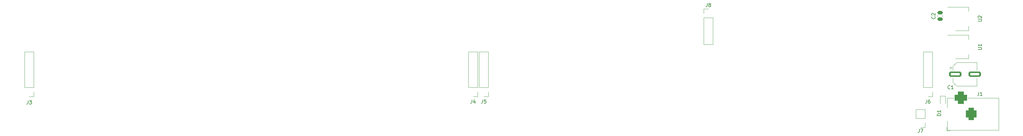
<source format=gbr>
%TF.GenerationSoftware,KiCad,Pcbnew,(6.0.8)*%
%TF.CreationDate,2022-12-26T14:05:03+00:00*%
%TF.ProjectId,Display_LED,44697370-6c61-4795-9f4c-45442e6b6963,1*%
%TF.SameCoordinates,Original*%
%TF.FileFunction,Legend,Top*%
%TF.FilePolarity,Positive*%
%FSLAX46Y46*%
G04 Gerber Fmt 4.6, Leading zero omitted, Abs format (unit mm)*
G04 Created by KiCad (PCBNEW (6.0.8)) date 2022-12-26 14:05:03*
%MOMM*%
%LPD*%
G01*
G04 APERTURE LIST*
G04 Aperture macros list*
%AMRoundRect*
0 Rectangle with rounded corners*
0 $1 Rounding radius*
0 $2 $3 $4 $5 $6 $7 $8 $9 X,Y pos of 4 corners*
0 Add a 4 corners polygon primitive as box body*
4,1,4,$2,$3,$4,$5,$6,$7,$8,$9,$2,$3,0*
0 Add four circle primitives for the rounded corners*
1,1,$1+$1,$2,$3*
1,1,$1+$1,$4,$5*
1,1,$1+$1,$6,$7*
1,1,$1+$1,$8,$9*
0 Add four rect primitives between the rounded corners*
20,1,$1+$1,$2,$3,$4,$5,0*
20,1,$1+$1,$4,$5,$6,$7,0*
20,1,$1+$1,$6,$7,$8,$9,0*
20,1,$1+$1,$8,$9,$2,$3,0*%
G04 Aperture macros list end*
%ADD10C,0.150000*%
%ADD11C,0.120000*%
%ADD12R,1.700000X1.700000*%
%ADD13O,1.700000X1.700000*%
%ADD14R,2.000000X1.500000*%
%ADD15R,2.000000X3.800000*%
%ADD16RoundRect,0.250000X0.475000X-0.250000X0.475000X0.250000X-0.475000X0.250000X-0.475000X-0.250000X0*%
%ADD17RoundRect,0.250000X-1.500000X-0.550000X1.500000X-0.550000X1.500000X0.550000X-1.500000X0.550000X0*%
%ADD18R,3.500000X3.500000*%
%ADD19RoundRect,0.750000X0.750000X1.000000X-0.750000X1.000000X-0.750000X-1.000000X0.750000X-1.000000X0*%
%ADD20RoundRect,0.875000X0.875000X0.875000X-0.875000X0.875000X-0.875000X-0.875000X0.875000X-0.875000X0*%
%ADD21R,1.200000X0.800000*%
%ADD22C,1.500000*%
%ADD23C,0.800000*%
G04 APERTURE END LIST*
D10*
%TO.C,J8*%
X273224666Y-115750380D02*
X273224666Y-116464666D01*
X273177047Y-116607523D01*
X273081809Y-116702761D01*
X272938952Y-116750380D01*
X272843714Y-116750380D01*
X273843714Y-116178952D02*
X273748476Y-116131333D01*
X273700857Y-116083714D01*
X273653238Y-115988476D01*
X273653238Y-115940857D01*
X273700857Y-115845619D01*
X273748476Y-115798000D01*
X273843714Y-115750380D01*
X274034190Y-115750380D01*
X274129428Y-115798000D01*
X274177047Y-115845619D01*
X274224666Y-115940857D01*
X274224666Y-115988476D01*
X274177047Y-116083714D01*
X274129428Y-116131333D01*
X274034190Y-116178952D01*
X273843714Y-116178952D01*
X273748476Y-116226571D01*
X273700857Y-116274190D01*
X273653238Y-116369428D01*
X273653238Y-116559904D01*
X273700857Y-116655142D01*
X273748476Y-116702761D01*
X273843714Y-116750380D01*
X274034190Y-116750380D01*
X274129428Y-116702761D01*
X274177047Y-116655142D01*
X274224666Y-116559904D01*
X274224666Y-116369428D01*
X274177047Y-116274190D01*
X274129428Y-116226571D01*
X274034190Y-116178952D01*
%TO.C,U1*%
X350734380Y-129031904D02*
X351543904Y-129031904D01*
X351639142Y-128984285D01*
X351686761Y-128936666D01*
X351734380Y-128841428D01*
X351734380Y-128650952D01*
X351686761Y-128555714D01*
X351639142Y-128508095D01*
X351543904Y-128460476D01*
X350734380Y-128460476D01*
X351734380Y-127460476D02*
X351734380Y-128031904D01*
X351734380Y-127746190D02*
X350734380Y-127746190D01*
X350877238Y-127841428D01*
X350972476Y-127936666D01*
X351020095Y-128031904D01*
%TO.C,C2*%
X338359142Y-119566666D02*
X338406761Y-119614285D01*
X338454380Y-119757142D01*
X338454380Y-119852380D01*
X338406761Y-119995238D01*
X338311523Y-120090476D01*
X338216285Y-120138095D01*
X338025809Y-120185714D01*
X337882952Y-120185714D01*
X337692476Y-120138095D01*
X337597238Y-120090476D01*
X337502000Y-119995238D01*
X337454380Y-119852380D01*
X337454380Y-119757142D01*
X337502000Y-119614285D01*
X337549619Y-119566666D01*
X337549619Y-119185714D02*
X337502000Y-119138095D01*
X337454380Y-119042857D01*
X337454380Y-118804761D01*
X337502000Y-118709523D01*
X337549619Y-118661904D01*
X337644857Y-118614285D01*
X337740095Y-118614285D01*
X337882952Y-118661904D01*
X338454380Y-119233333D01*
X338454380Y-118614285D01*
%TO.C,C1*%
X342717333Y-140281142D02*
X342669714Y-140328761D01*
X342526857Y-140376380D01*
X342431619Y-140376380D01*
X342288761Y-140328761D01*
X342193523Y-140233523D01*
X342145904Y-140138285D01*
X342098285Y-139947809D01*
X342098285Y-139804952D01*
X342145904Y-139614476D01*
X342193523Y-139519238D01*
X342288761Y-139424000D01*
X342431619Y-139376380D01*
X342526857Y-139376380D01*
X342669714Y-139424000D01*
X342717333Y-139471619D01*
X343669714Y-140376380D02*
X343098285Y-140376380D01*
X343384000Y-140376380D02*
X343384000Y-139376380D01*
X343288761Y-139519238D01*
X343193523Y-139614476D01*
X343098285Y-139662095D01*
%TO.C,U2*%
X350734380Y-120903904D02*
X351543904Y-120903904D01*
X351639142Y-120856285D01*
X351686761Y-120808666D01*
X351734380Y-120713428D01*
X351734380Y-120522952D01*
X351686761Y-120427714D01*
X351639142Y-120380095D01*
X351543904Y-120332476D01*
X350734380Y-120332476D01*
X350829619Y-119903904D02*
X350782000Y-119856285D01*
X350734380Y-119761047D01*
X350734380Y-119522952D01*
X350782000Y-119427714D01*
X350829619Y-119380095D01*
X350924857Y-119332476D01*
X351020095Y-119332476D01*
X351162952Y-119380095D01*
X351734380Y-119951523D01*
X351734380Y-119332476D01*
%TO.C,J3*%
X78914666Y-143724380D02*
X78914666Y-144438666D01*
X78867047Y-144581523D01*
X78771809Y-144676761D01*
X78628952Y-144724380D01*
X78533714Y-144724380D01*
X79295619Y-143724380D02*
X79914666Y-143724380D01*
X79581333Y-144105333D01*
X79724190Y-144105333D01*
X79819428Y-144152952D01*
X79867047Y-144200571D01*
X79914666Y-144295809D01*
X79914666Y-144533904D01*
X79867047Y-144629142D01*
X79819428Y-144676761D01*
X79724190Y-144724380D01*
X79438476Y-144724380D01*
X79343238Y-144676761D01*
X79295619Y-144629142D01*
%TO.C,J1*%
X350916666Y-141302380D02*
X350916666Y-142016666D01*
X350869047Y-142159523D01*
X350773809Y-142254761D01*
X350630952Y-142302380D01*
X350535714Y-142302380D01*
X351916666Y-142302380D02*
X351345238Y-142302380D01*
X351630952Y-142302380D02*
X351630952Y-141302380D01*
X351535714Y-141445238D01*
X351440476Y-141540476D01*
X351345238Y-141588095D01*
%TO.C,J4*%
X205914666Y-143470380D02*
X205914666Y-144184666D01*
X205867047Y-144327523D01*
X205771809Y-144422761D01*
X205628952Y-144470380D01*
X205533714Y-144470380D01*
X206819428Y-143803714D02*
X206819428Y-144470380D01*
X206581333Y-143422761D02*
X206343238Y-144137047D01*
X206962285Y-144137047D01*
%TO.C,J7*%
X333930666Y-151901380D02*
X333930666Y-152615666D01*
X333883047Y-152758523D01*
X333787809Y-152853761D01*
X333644952Y-152901380D01*
X333549714Y-152901380D01*
X334311619Y-151901380D02*
X334978285Y-151901380D01*
X334549714Y-152901380D01*
%TO.C,J6*%
X336026666Y-143470380D02*
X336026666Y-144184666D01*
X335979047Y-144327523D01*
X335883809Y-144422761D01*
X335740952Y-144470380D01*
X335645714Y-144470380D01*
X336931428Y-143470380D02*
X336740952Y-143470380D01*
X336645714Y-143518000D01*
X336598095Y-143565619D01*
X336502857Y-143708476D01*
X336455238Y-143898952D01*
X336455238Y-144279904D01*
X336502857Y-144375142D01*
X336550476Y-144422761D01*
X336645714Y-144470380D01*
X336836190Y-144470380D01*
X336931428Y-144422761D01*
X336979047Y-144375142D01*
X337026666Y-144279904D01*
X337026666Y-144041809D01*
X336979047Y-143946571D01*
X336931428Y-143898952D01*
X336836190Y-143851333D01*
X336645714Y-143851333D01*
X336550476Y-143898952D01*
X336502857Y-143946571D01*
X336455238Y-144041809D01*
%TO.C,J5*%
X208962666Y-143470380D02*
X208962666Y-144184666D01*
X208915047Y-144327523D01*
X208819809Y-144422761D01*
X208676952Y-144470380D01*
X208581714Y-144470380D01*
X209915047Y-143470380D02*
X209438857Y-143470380D01*
X209391238Y-143946571D01*
X209438857Y-143898952D01*
X209534095Y-143851333D01*
X209772190Y-143851333D01*
X209867428Y-143898952D01*
X209915047Y-143946571D01*
X209962666Y-144041809D01*
X209962666Y-144279904D01*
X209915047Y-144375142D01*
X209867428Y-144422761D01*
X209772190Y-144470380D01*
X209534095Y-144470380D01*
X209438857Y-144422761D01*
X209391238Y-144375142D01*
%TO.C,D1*%
X340050380Y-148058095D02*
X339050380Y-148058095D01*
X339050380Y-147820000D01*
X339098000Y-147677142D01*
X339193238Y-147581904D01*
X339288476Y-147534285D01*
X339478952Y-147486666D01*
X339621809Y-147486666D01*
X339812285Y-147534285D01*
X339907523Y-147581904D01*
X340002761Y-147677142D01*
X340050380Y-147820000D01*
X340050380Y-148058095D01*
X340050380Y-146534285D02*
X340050380Y-147105714D01*
X340050380Y-146820000D02*
X339050380Y-146820000D01*
X339193238Y-146915238D01*
X339288476Y-147010476D01*
X339336095Y-147105714D01*
D11*
%TO.C,J8*%
X274888000Y-119898000D02*
X274888000Y-127578000D01*
X272228000Y-118628000D02*
X272228000Y-117298000D01*
X272228000Y-127578000D02*
X274888000Y-127578000D01*
X272228000Y-119898000D02*
X274888000Y-119898000D01*
X272228000Y-117298000D02*
X273558000Y-117298000D01*
X272228000Y-119898000D02*
X272228000Y-127578000D01*
%TO.C,U1*%
X348016000Y-131680000D02*
X348016000Y-130420000D01*
X348016000Y-124860000D02*
X348016000Y-126120000D01*
X344256000Y-131680000D02*
X348016000Y-131680000D01*
X342006000Y-124860000D02*
X348016000Y-124860000D01*
%TO.C,C2*%
X339117000Y-119641252D02*
X339117000Y-119118748D01*
X340587000Y-119641252D02*
X340587000Y-119118748D01*
%TO.C,C1*%
X343554000Y-138489563D02*
X343554000Y-137204000D01*
X343554000Y-138489563D02*
X344618437Y-139554000D01*
X344618437Y-132734000D02*
X350374000Y-132734000D01*
X342920250Y-133902750D02*
X342920250Y-134690250D01*
X343554000Y-133798437D02*
X344618437Y-132734000D01*
X343554000Y-133798437D02*
X343554000Y-135084000D01*
X342526500Y-134296500D02*
X343314000Y-134296500D01*
X350374000Y-132734000D02*
X350374000Y-135084000D01*
X350374000Y-139554000D02*
X350374000Y-137204000D01*
X344618437Y-139554000D02*
X350374000Y-139554000D01*
%TO.C,U2*%
X348016000Y-123612000D02*
X348016000Y-122352000D01*
X344256000Y-123612000D02*
X348016000Y-123612000D01*
X342006000Y-116792000D02*
X348016000Y-116792000D01*
X348016000Y-116792000D02*
X348016000Y-118052000D01*
%TO.C,J3*%
X80578000Y-142549000D02*
X79248000Y-142549000D01*
X80578000Y-129729000D02*
X77918000Y-129729000D01*
X77918000Y-139949000D02*
X77918000Y-129729000D01*
X80578000Y-141219000D02*
X80578000Y-142549000D01*
X80578000Y-139949000D02*
X80578000Y-129729000D01*
X80578000Y-139949000D02*
X77918000Y-139949000D01*
%TO.C,J1*%
X356600000Y-143000000D02*
X356600000Y-152200000D01*
X356600000Y-152200000D02*
X341900000Y-152200000D01*
X347800000Y-143000000D02*
X356600000Y-143000000D01*
X341900000Y-143000000D02*
X343800000Y-143000000D01*
X341900000Y-145700000D02*
X341900000Y-143000000D01*
X341900000Y-152200000D02*
X341900000Y-149600000D01*
X341700000Y-151350000D02*
X341700000Y-152400000D01*
X342750000Y-152400000D02*
X341700000Y-152400000D01*
%TO.C,J4*%
X207578000Y-139949000D02*
X204918000Y-139949000D01*
X207578000Y-142549000D02*
X206248000Y-142549000D01*
X207578000Y-141219000D02*
X207578000Y-142549000D01*
X207578000Y-129729000D02*
X204918000Y-129729000D01*
X204918000Y-139949000D02*
X204918000Y-129729000D01*
X207578000Y-139949000D02*
X207578000Y-129729000D01*
%TO.C,J7*%
X332934000Y-148849000D02*
X332934000Y-146249000D01*
X335594000Y-148849000D02*
X335594000Y-146249000D01*
X335594000Y-148849000D02*
X332934000Y-148849000D01*
X335594000Y-151449000D02*
X334264000Y-151449000D01*
X335594000Y-146249000D02*
X332934000Y-146249000D01*
X335594000Y-150119000D02*
X335594000Y-151449000D01*
%TO.C,J6*%
X335030000Y-139949000D02*
X335030000Y-129729000D01*
X337690000Y-141219000D02*
X337690000Y-142549000D01*
X337690000Y-142549000D02*
X336360000Y-142549000D01*
X337690000Y-139949000D02*
X337690000Y-129729000D01*
X337690000Y-139949000D02*
X335030000Y-139949000D01*
X337690000Y-129729000D02*
X335030000Y-129729000D01*
%TO.C,J5*%
X210626000Y-139949000D02*
X207966000Y-139949000D01*
X210626000Y-129729000D02*
X207966000Y-129729000D01*
X210626000Y-142549000D02*
X209296000Y-142549000D01*
X207966000Y-139949000D02*
X207966000Y-129729000D01*
X210626000Y-141219000D02*
X210626000Y-142549000D01*
X210626000Y-139949000D02*
X210626000Y-129729000D01*
%TO.C,D1*%
X341394000Y-142404000D02*
X339834000Y-142404000D01*
X341394000Y-144564000D02*
X341394000Y-142404000D01*
X339834000Y-142404000D02*
X339834000Y-144564000D01*
%TD*%
%LPC*%
D12*
%TO.C,J8*%
X273558000Y-118628000D03*
D13*
X273558000Y-121168000D03*
X273558000Y-123708000D03*
X273558000Y-126248000D03*
%TD*%
D14*
%TO.C,U1*%
X342956000Y-125970000D03*
X342956000Y-128270000D03*
X342956000Y-130570000D03*
D15*
X349256000Y-128270000D03*
%TD*%
D16*
%TO.C,C2*%
X339852000Y-120330000D03*
X339852000Y-118430000D03*
%TD*%
D17*
%TO.C,C1*%
X344164000Y-136144000D03*
X349764000Y-136144000D03*
%TD*%
D14*
%TO.C,U2*%
X342956000Y-117902000D03*
D15*
X349256000Y-120202000D03*
D14*
X342956000Y-120202000D03*
X342956000Y-122502000D03*
%TD*%
D12*
%TO.C,J3*%
X79248000Y-141219000D03*
D13*
X79248000Y-138679000D03*
X79248000Y-136139000D03*
X79248000Y-133599000D03*
X79248000Y-131059000D03*
%TD*%
D18*
%TO.C,J1*%
X342800000Y-147600000D03*
D19*
X348800000Y-147600000D03*
D20*
X345800000Y-142900000D03*
%TD*%
D12*
%TO.C,J4*%
X206248000Y-141219000D03*
D13*
X206248000Y-138679000D03*
X206248000Y-136139000D03*
X206248000Y-133599000D03*
X206248000Y-131059000D03*
%TD*%
D12*
%TO.C,J7*%
X334264000Y-150119000D03*
D13*
X334264000Y-147579000D03*
%TD*%
D12*
%TO.C,J6*%
X336360000Y-141219000D03*
D13*
X336360000Y-138679000D03*
X336360000Y-136139000D03*
X336360000Y-133599000D03*
X336360000Y-131059000D03*
%TD*%
D12*
%TO.C,J5*%
X209296000Y-141219000D03*
D13*
X209296000Y-138679000D03*
X209296000Y-136139000D03*
X209296000Y-133599000D03*
X209296000Y-131059000D03*
%TD*%
D21*
%TO.C,D1*%
X340614000Y-142964000D03*
X340614000Y-144564000D03*
%TD*%
D22*
%TO.C,Y1*%
X276352000Y-138520000D03*
X276352000Y-140960000D03*
X276352000Y-143400000D03*
%TD*%
D12*
%TO.C,J2*%
X289972000Y-147574000D03*
D13*
X287432000Y-147574000D03*
X284892000Y-147574000D03*
X282352000Y-147574000D03*
%TD*%
D23*
X310896000Y-128270000D03*
X305054000Y-129286000D03*
X252481000Y-133599000D03*
X272039000Y-133599000D03*
X309885000Y-133599000D03*
X324871000Y-133599000D03*
X331724000Y-135382000D03*
X287528000Y-139192000D03*
X346202000Y-120142000D03*
X268478000Y-136144000D03*
X268478000Y-131064000D03*
X287528000Y-145034000D03*
X301498000Y-141478000D03*
X299212000Y-141986000D03*
X289814000Y-144018000D03*
X306070000Y-150622000D03*
X304038000Y-152146000D03*
X302768000Y-149098000D03*
M02*

</source>
